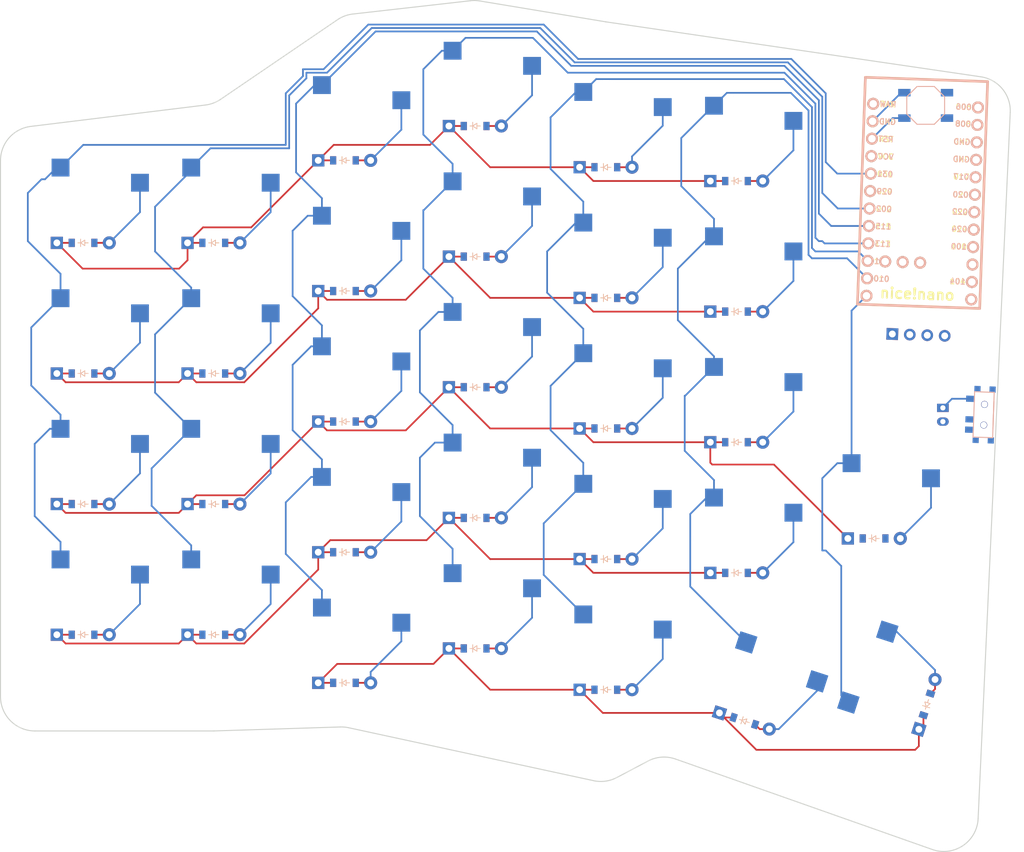
<source format=kicad_pcb>
(kicad_pcb (version 20240108) (generator "pcbnew") (generator_version "8.0")
  (title_block (title "left") (rev "v1.0.0") (company "Unknown"))
  (layers (0 "F.Cu" signal) (31 "B.Cu" signal) (34 "B.Paste" user) (35 "F.Paste" user) (36 "B.SilkS" user "B.Silkscreen") (37 "F.SilkS" user "F.Silkscreen") (38 "B.Mask" user) (39 "F.Mask" user) (44 "Edge.Cuts" user))
  (net 0 "")
  (net 1 "P031")
  (net 2 "outer_bottom")
  (net 3 "outer_home")
  (net 4 "outer_top")
  (net 5 "outer_num")
  (net 6 "P002")
  (net 7 "pinky_bottom")
  (net 8 "pinky_home")
  (net 9 "pinky_top")
  (net 10 "pinky_num")
  (net 11 "P115")
  (net 12 "ring_mod")
  (net 13 "ring_bottom")
  (net 14 "ring_home")
  (net 15 "ring_top")
  (net 16 "ring_num")
  (net 17 "P113")
  (net 18 "middle_mod")
  (net 19 "middle_bottom")
  (net 20 "middle_home")
  (net 21 "middle_top")
  (net 22 "middle_num")
  (net 23 "P111")
  (net 24 "index_mod")
  (net 25 "index_bottom")
  (net 26 "index_home")
  (net 27 "index_top")
  (net 28 "index_num")
  (net 29 "P010")
  (net 30 "inner_bottom")
  (net 31 "inner_home")
  (net 32 "inner_top")
  (net 33 "inner_num")
  (net 34 "P009")
  (net 35 "inner_mod_home")
  (net 36 "home_cluster")
  (net 37 "far_cluster")
  (net 38 "P011")
  (net 39 "P100")
  (net 40 "P024")
  (net 41 "P022")
  (net 42 "P104")
  (net 43 "RAW")
  (net 44 "GND")
  (net 45 "RST")
  (net 46 "VCC")
  (net 47 "P029")
  (net 48 "P006")
  (net 49 "P008")
  (net 50 "P017")
  (net 51 "P020")
  (net 52 "P106")
  (net 53 "P101")
  (net 54 "P102")
  (net 55 "P107")
  (net 56 "pos")
  (footprint "E73:SPDT_C128955" (layer "F.Cu") (at 299.032219 104.753399 -92)
    (property "Reference" "T1" (hide yes))
    (property "Value" "" (hide yes))
  )
  (footprint "E73:SW_TACT_ALPS_SKQGABE010" (layer "F.Cu") (at 290.532219 59.753399)
    (property "Reference" "B1" (hide yes))
    (property "Value" "" (hide yes))
  )
  (footprint "PG1350" (layer "F.Cu") (at 244.032219 82.753399)
    (property "Reference" "S22" (hide yes))
    (property "Value" "" (hide yes))
  )
  (footprint "ComboDiode" (layer "F.Cu") (at 244.032219 106.753399)
    (property "Reference" "D21" (hide yes))
    (property "Value" "" (hide yes))
  )
  (footprint "PG1350" (layer "F.Cu") (at 206.032219 81.753399)
    (property "Reference" "S12" (hide yes))
    (property "Value" "" (hide yes))
  )
  (footprint "PG1350" (layer "F.Cu") (at 285.961565 145.346352 72)
    (property "Reference" "S30" (hide yes))
    (property "Value" "" (hide yes))
  )
  (footprint "JST_PH_S2B-PH-K_02x2.00mm_Angled" (layer "F.Cu") (at 293.032219 104.753399 -90)
    (property "Reference" "JST1" (hide yes))
    (property "Value" "" (hide yes))
  )
  (footprint "PG1350" (layer "F.Cu") (at 206.032219 62.753399)
    (property "Reference" "S13" (hide yes))
    (property "Value" "" (hide yes))
  )
  (footprint "ComboDiode" (layer "F.Cu") (at 244.032219 87.753399)
    (property "Reference" "D22" (hide yes))
    (property "Value" "" (hide yes))
  )
  (footprint "ComboDiode" (layer "F.Cu") (at 206.032219 67.753399)
    (property "Reference" "D13" (hide yes))
    (property "Value" "" (hide yes))
  )
  (footprint "ComboDiode" (layer "F.Cu") (at 264.171285 149.306615 -18)
    (property "Reference" "D29" (hide yes))
    (property "Value" "" (hide yes))
  )
  (footprint "ComboDiode" (layer "F.Cu") (at 187.032219 136.753399)
    (property "Reference" "D5" (hide yes))
    (property "Value" "" (hide yes))
  )
  (footprint "ComboDiode" (layer "F.Cu") (at 263.032219 108.753399)
    (property "Reference" "D25" (hide yes))
    (property "Value" "" (hide yes))
  )
  (footprint "PG1350" (layer "F.Cu") (at 244.032219 63.753399)
    (property "Reference" "S23" (hide yes))
    (property "Value" "" (hide yes))
  )
  (footprint "ComboDiode" (layer "F.Cu") (at 244.032219 125.753399)
    (property "Reference" "D20" (hide yes))
    (property "Value" "" (hide yes))
  )
  (footprint "PG1350" (layer "F.Cu") (at 225.032219 114.753399)
    (property "Reference" "S15" (hide yes))
    (property "Value" "" (hide yes))
  )
  (footprint "ComboDiode" (layer "F.Cu") (at 263.032219 70.753399)
    (property "Reference" "D27" (hide yes))
    (property "Value" "" (hide yes))
  )
  (footprint "PG1350" (layer "F.Cu") (at 225.032219 76.753399)
    (property "Reference" "S17" (hide yes))
    (property "Value" "" (hide yes))
  )
  (footprint "PG1350" (layer "F.Cu") (at 263.032219 65.753399)
    (property "Reference" "S27" (hide yes))
    (property "Value" "" (hide yes))
  )
  (footprint "ComboDiode" (layer "F.Cu") (at 206.032219 86.753399)
    (property "Reference" "D12" (hide yes))
    (property "Value" "" (hide yes))
  )
  (footprint "PG1350" (layer "F.Cu") (at 168.032219 112.753399)
    (property "Reference" "S2" (hide yes))
    (property "Value" "" (hide yes))
  )
  (footprint "PG1350" (layer "F.Cu") (at 225.032219 57.753399)
    (property "Reference" "S18" (hide yes))
    (property "Value" "" (hide yes))
  )
  (footprint "PG1350" (layer "F.Cu") (at 187.032219 131.753399)
    (property "Reference" "S5" (hide yes))
    (property "Value" "" (hide yes))
  )
  (footprint "PG1350" (layer "F.Cu") (at 168.032219 93.753399)
    (property "Reference" "S3" (hide yes))
    (property "Value" "" (hide yes))
  )
  (footprint "PG1350" (layer "F.Cu") (at 168.032219 74.753399)
    (property "Reference" "S4" (hide yes))
    (property "Value" "" (hide yes))
  )
  (footprint "ComboDiode" (layer "F.Cu") (at 290.716848 146.891438 72)
    (property "Reference" "D30" (hide yes))
    (property "Value" "" (hide yes))
  )
  (footprint "ComboDiode" (layer "F.Cu") (at 168.032219 117.753399)
    (property "Reference" "D2" (hide yes))
    (property "Value" "" (hide yes))
  )
  (footprint "PG1350" (layer "F.Cu") (at 225.032219 95.753399)
    (property "Reference" "S16" (hide yes))
    (property "Value" "" (hide yes))
  )
  (footprint "ComboDiode" (layer "F.Cu") (at 225.032219 100.753399)
    (property "Reference" "D16" (hide yes))
    (property "Value" "" (hide yes))
  )
  (footprint "ComboDiode" (layer "F.Cu") (at 168.032219 98.753399)
    (property "Reference" "D3" (hide yes))
    (property "Value" "" (hide yes))
  )
  (footprint "PG1350" (layer "F.Cu") (at 168.032219 131.753399)
    (property "Reference" "S1" (hide yes))
    (property "Value" "" (hide yes))
  )
  (footprint "ComboDiode" (layer "F.Cu") (at 225.032219 62.753399)
    (property "Reference" "D18" (hide yes))
    (property "Value" "" (hide yes))
  )
  (footprint "ComboDiode" (layer "F.Cu") (at 206.032219 124.753399)
    (property "Reference" "D10" (hide yes))
    (property "Value" "" (hide yes))
  )
  (footprint "PG1350" (layer "F.Cu") (at 263.032219 103.753399)
    (property "Reference" "S25" (hide yes))
    (property "Value" "" (hide yes))
  )
  (footprint "ComboDiode" (layer "F.Cu") (at 206.032219 105.753399)
    (property "Reference" "D11" (hide yes))
    (property "Value" "" (hide yes))
  )
  (footprint "PG1350" (layer "F.Cu") (at 263.032219 122.753399)
    (property "Reference" "S24" (hide yes))
    (property "Value" "" (hide yes))
  )
  (footprint "PG1350" (layer "F.Cu") (at 225.032219 133.753399)
    (property "Reference" "S14" (hide yes))
    (property "Value" "" (hide yes))
  )
  (footprint "lib:OLED_headers" (layer "F.Cu") (at 295.532219 91.753399 -92)
    (property "Reference" "OLED1" (hide yes))
    (property "Value" "OLED")
  )
  (footprint "PG1350" (layer "F.Cu") (at 206.032219 100.753399)
    (property "Reference" "S11" (hide yes))
    (property "Value" "" (hide yes))
  )
  (footprint "PG1350" (layer "F.Cu") (at 244.032219 101.753399)
    (property "Reference" "S21" (hide yes))
    (property "Value" "" (hide yes))
  )
  (footprint "PG1350" (layer "F.Cu") (at 187.032219 74.753399)
    (property "Reference" "S8" (hide yes))
    (property "Value" "" (hide yes))
  )
  (footprint "ComboDiode" (layer "F.Cu") (at 168.032219 79.753399)
    (property "Reference" "D4" (hide yes))
    (property "Value" "" (hide yes))
  )
  (footprint "ComboDiode" (layer "F.Cu") (at 225.032219 119.753399)
    (property "Reference" "D15" (hide yes))
    (property "Value" "" (hide yes))
  )
  (footprint "PG1350" (layer "F.Cu") (at 244.032219 139.753399)
    (property "Reference" "S19" (hide yes))
    (property "Value" "" (hide yes))
  )
  (footprint "ComboDiode" (layer "F.Cu") (at 263.032219 89.753399)
    (property "Reference" "D26" (hide yes))
    (property "Value" "" (hide yes))
  )
  (footprint "ComboDiode" (layer "F.Cu") (at 244.032219 68.753399)
    (property "Reference" "D23" (hide yes))
    (property "Value" "" (hide yes))
  )
  (footprint "PG1350" (layer "F.Cu") (at 283.032219 117.753399)
    (property "Reference" "S28" (hide yes))
    (property "Value" "" (hide yes))
  )
  (footprint "ComboDiode" (layer "F.Cu") (at 263.032219 127.753399)
    (property "Reference" "D24" (hide yes))
    (property "Value" "" (hide yes))
  )
  (footprint "ComboDiode" (layer "F.Cu") (at 187.032219 79.753399)
    (property "Reference" "D8" (hide yes))
    (property "Value" "" (hide yes))
  )
  (footprint "ComboDiode" (layer "F.Cu") (at 283.032219 122.753399)
    (property "Reference" "D28" (hide yes))
    (property "Value" "" (hide yes))
  )
  (footprint "ComboDiode" (layer "F.Cu") (at 187.032219 98.753399)
    (property "Reference" "D7" (hide yes))
    (property "Value" "" (hide yes))
  )
  (footprint "PG1350" (layer "F.Cu") (at 206.032219 119.753399)
    (property "Reference" "S10" (hide yes))
    (property "Value" "" (hide yes))
  )
  (footprint "PG1350" (layer "F.Cu") (at 244.032219 120.753399)
    (property "Reference" "S20" (hide yes))
    (property "Value" "" (hide yes))
  )
  (footprint "ComboDiode" (layer "F.Cu") (at 225.032219 138.753399)
    (property "Reference" "D14" (hide yes))
    (property "Value" "" (hide yes))
  )
  (footprint "ComboDiode" (layer "F.Cu") (at 225.032219 81.753399)
    (property "Reference" "D17" (hide yes))
    (property "Value" "" (hide yes))
  )
  (footprint "PG1350" (layer "F.Cu") (at 263.032219 84.753399)
    (property "Reference" "S26" (hide yes))
    (property "Value" "" (hide yes))
  )
  (footprint "ComboDiode" (layer "F.Cu") (at 244.032219 144.753399)
    (property "Reference" "D19" (hide yes))
    (property "Value" "" (hide yes))
  )
  (footprint "PG1350" (layer "F.Cu") (at 187.032219 93.753399)
    (property "Reference" "S7" (hide yes))
    (property "Value" "" (hide yes))
  )
  (footprint "PG1350" (layer "F.Cu") (at 206.032219 138.753399)
    (property "Reference" "S9" (hide yes))
    (property "Value" "" (hide yes))
  )
  (footprint "ComboDiode" (layer "F.Cu") (at 206.032219 143.753399)
    (property "Reference" "D9" (hide yes))
    (property "Value" "" (hide yes))
  )
  (footprint "PG1350" (layer "F.Cu") (at 265.71637 144.551332 -18)
    (property "Reference" "S29" (hide yes))
    (property "Value" "" (hide yes))
  )
  (footprint "nice_nano" (layer "F.Cu") (at 290.032219 73.753399 -92)
    (property "Reference" "MCU1" (hide yes))
    (property "Value" "nice_nano" (hide yes))
  )
  (footprint "PG1350" (layer "F.Cu") (at 187.032219 112.753399)
    (property "Reference" "S6" (hide yes))
    (property "Value" "" (hide yes))
  )
  (footprint "ComboDiode" (layer "F.Cu") (at 187.032219 117.753399)
    (property "Reference" "D6" (hide yes))
    (property "Value" "" (hide yes))
  )
  (footprint "ComboDiode" (layer "F.Cu") (at 168.032219 136.753399)
    (property "Reference" "D1" (hide yes))
    (property "Value" "" (hide yes))
  )
  (gr_arc (start 298.557315 55.597333) (mid 301.688562 57.362143) (end 302.826861 60.771475) (stroke (width 0.15)) (layer "Edge.Cuts"))
  (gr_line (start 188.035156 58.869818) (end 205.008929 47.300852) (stroke (width 0.15)) (layer "Edge.Cuts"))
  (gr_arc (start 245.64416 157.52118) (mid 243.988342 158.054312) (end 242.250081 157.987894) (stroke (width 0.15)) (layer "Edge.Cuts"))
  (gr_arc (start 205.008929 47.300852) (mid 206.084797 46.745029) (end 207.262737 46.464156) (stroke (width 0.15)) (layer "Edge.Cuts"))
  (gr_arc (start 187.111107 150.750908) (mid 187.032209 150.752776) (end 186.953291 150.753399) (stroke (width 0.15)) (layer "Edge.Cuts"))
  (gr_line (start 244.078531 47.610189) (end 298.557316 55.597333) (stroke (width 0.15)) (layer "Edge.Cuts"))
  (gr_line (start 205.417953 150.172797) (end 187.111107 150.750908) (stroke (width 0.15)) (layer "Edge.Cuts"))
  (gr_arc (start 250.160932 155.133202) (mid 252.129617 154.567039) (end 254.160115 154.837848) (stroke (width 0.15)) (layer "Edge.Cuts"))
  (gr_line (start 291.5 168) (end 254.160115 154.837848) (stroke (width 0.15)) (layer "Edge.Cuts"))
  (gr_arc (start 224.339743 44.531758) (mid 225.030971 44.501715) (end 225.719729 44.567381) (stroke (width 0.15)) (layer "Edge.Cuts"))
  (gr_arc (start 156.032219 67.777921) (mid 157.287773 64.464445) (end 160.423869 62.815068) (stroke (width 0.15)) (layer "Edge.Cuts"))
  (gr_arc (start 205.417953 150.172796) (mid 206.02881 150.190872) (end 206.632898 150.283335) (stroke (width 0.15)) (layer "Edge.Cuts"))
  (gr_line (start 156.032219 145.753399) (end 156.032219 67.777921) (stroke (width 0.15)) (layer "Edge.Cuts"))
  (gr_line (start 186.953291 150.753399) (end 161.032219 150.753399) (stroke (width 0.15)) (layer "Edge.Cuts"))
  (gr_line (start 225.719729 44.567381) (end 243.986044 47.595744) (stroke (width 0.15)) (layer "Edge.Cuts"))
  (gr_line (start 242.250081 157.987894) (end 206.632898 150.283335) (stroke (width 0.15)) (layer "Edge.Cuts"))
  (gr_arc (start 244.078531 47.610189) (mid 244.032254 47.603183) (end 243.986044 47.595744) (stroke (width 0.15)) (layer "Edge.Cuts"))
  (gr_line (start 160.423869 62.815068) (end 185.827496 59.701075) (stroke (width 0.15)) (layer "Edge.Cuts"))
  (gr_line (start 207.262737 46.464156) (end 224.339743 44.531758) (stroke (width 0.15)) (layer "Edge.Cuts"))
  (gr_line (start 302.826861 60.771475) (end 298.157076 163.511417) (stroke (width 0.15)) (layer "Edge.Cuts"))
  (gr_line (start 250.160932 155.133203) (end 245.64416 157.52118) (stroke (width 0.15)) (layer "Edge.Cuts"))
  (gr_arc (start 188.035156 58.869819) (mid 186.98105 59.417506) (end 185.827496 59.701075) (stroke (width 0.15)) (layer "Edge.Cuts"))
  (gr_arc (start 161.032219 150.753399) (mid 157.496685 149.288933) (end 156.032219 145.753399) (stroke (width 0.15)) (layer "Edge.Cuts"))
  (gr_arc (start 298.157077 163.511417) (mid 295.957482 167.43006) (end 291.5 168) (stroke (width 0.15)) (layer "Edge.Cuts"))
  (segment (start 203 54.5) (end 209.5 48) (width 0.25) (layer "B.Cu") (net 1))
  (segment (start 162 70.5) (end 162.5 70.5) (width 0.25) (layer "B.Cu") (net 1))
  (segment (start 160.5 100.5) (end 160.5 92.060618) (width 0.25) (layer "B.Cu") (net 1))
  (segment (start 164.757219 106.803399) (end 164.757219 104.757219) (width 0.25) (layer "B.Cu") (net 1))
  (segment (start 240 53) (end 271 53) (width 0.25) (layer "B.Cu") (net 1))
  (segment (start 160 72.5) (end 162 70.5) (width 0.25) (layer "B.Cu") (net 1))
  (segment (start 164.757219 125.803399) (end 164.757219 123.257219) (width 0.25) (layer "B.Cu") (net 1))
  (segment (start 197.5 65.5) (end 197.5 58) (width 0.25) (layer "B.Cu") (net 1))
  (segment (start 197.5 58) (end 200 55.5) (width 0.25) (layer "B.Cu") (net 1))
  (segment (start 161 119.5) (end 161 109) (width 0.25) (layer "B.Cu") (net 1))
  (segment (start 209.5 48) (end 235 48) (width 0.25) (layer "B.Cu") (net 1))
  (segment (start 276 68) (end 277.679786 69.679786) (width 0.25) (layer "B.Cu") (net 1))
  (segment (start 164.757219 84.257219) (end 160 79.5) (width 0.25) (layer "B.Cu") (net 1))
  (segment (start 164.196601 68.803399) (end 164.757219 68.803399) (width 0.25) (layer "B.Cu") (net 1))
  (segment (start 164.757219 123.257219) (end 161 119.5) (width 0.25) (layer "B.Cu") (net 1))
  (segment (start 276 58) (end 276 68) (width 0.25) (layer "B.Cu") (net 1))
  (segment (start 200 54.5) (end 203 54.5) (width 0.25) (layer "B.Cu") (net 1))
  (segment (start 164.757219 68.803399) (end 168.060618 65.5) (width 0.25) (layer "B.Cu") (net 1))
  (segment (start 160 79.5) (end 160 72.5) (width 0.25) (layer "B.Cu") (net 1))
  (segment (start 160.5 92.060618) (end 164.757219 87.803399) (width 0.25) (layer "B.Cu") (net 1))
  (segment (start 235 48) (end 240 53) (width 0.25) (layer "B.Cu") (net 1))
  (segment (start 200 55.5) (end 200 54.5) (width 0.25) (layer "B.Cu") (net 1))
  (segment (start 277.679786 69.679786) (end 282.549828 69.679786) (width 0.25) (layer "B.Cu") (net 1))
  (segment (start 168.060618 65.5) (end 197.5 65.5) (width 0.25) (layer "B.Cu") (net 1))
  (segment (start 271 53) (end 276 58) (width 0.25) (layer "B.Cu") (net 1))
  (segment (start 164.757219 87.803399) (end 164.757219 84.257219) (width 0.25) (layer "B.Cu") (net 1))
  (segment (start 163.196601 106.803399) (end 164.757219 106.803399) (width 0.25) (layer "B.Cu") (net 1))
  (segment (start 162.5 70.5) (end 164.196601 68.803399) (width 0.25) (layer "B.Cu") (net 1))
  (segment (start 161 109) (end 163.196601 106.803399) (width 0.25) (layer "B.Cu") (net 1))
  (segment (start 164.757219 104.757219) (end 160.5 100.5) (width 0.25) (layer "B.Cu") (net 1))
  (segment (start 171.842219 136.753399) (end 169.682219 136.753399) (width 0.25) (layer "F.Cu") (net 2))
  (segment (start 176.307219 128.003399) (end 176.307219 132.288399) (width 0.25) (layer "B.Cu") (net 2))
  (segment (start 176.307219 132.288399) (end 171.842219 136.753399) (width 0.25) (layer "B.Cu") (net 2))
  (segment (start 171.842219 117.753399) (end 169.682219 117.753399) (width 0.25) (layer "F.Cu") (net 3))
  (segment (start 176.307219 109.003399) (end 176.307219 113.288399) (width 0.25) (layer "B.Cu") (net 3))
  (segment (start 176.307219 113.288399) (end 171.842219 117.753399) (width 0.25) (layer "B.Cu") (net 3))
  (segment (start 171.842219 98.753399) (end 169.682219 98.753399) (width 0.25) (layer "F.Cu") (net 4))
  (segment (start 176.307219 94.288399) (end 171.842219 98.753399) (width 0.25) (layer "B.Cu") (net 4))
  (segment (start 176.307219 90.003399) (end 176.307219 94.288399) (width 0.25) (layer "B.Cu") (net 4))
  (segment (start 171.842219 79.753399) (end 169.682219 79.753399) (width 0.25) (layer "F.Cu") (net 5))
  (segment (start 176.307219 71.003399) (end 176.307219 75.288399) (width 0.25) (layer "B.Cu") (net 5))
  (segment (start 176.307219 75.288399) (end 171.842219 79.753399) (width 0.25) (layer "B.Cu") (net 5))
  (segment (start 183.757219 106.803399) (end 178.5 101.54618) (width 0.25) (layer "B.Cu") (net 6))
  (segment (start 198 66) (end 198 58.310618) (width 0.25) (layer "B.Cu") (net 6))
  (segment (start 178 112.560618) (end 183.757219 106.803399) (width 0.25) (layer "B.Cu") (net 6))
  (segment (start 178.5 81) (end 178.5 74.5) (width 0.25) (layer "B.Cu") (net 6))
  (segment (start 275.5 72.5) (end 277.756691 74.756691) (width 0.25) (layer "B.Cu") (net 6))
  (segment (start 234.5 48.5) (end 239.5 53.5) (width 0.25) (layer "B.Cu") (net 6))
  (segment (start 203.5 55) (end 210 48.5) (width 0.25) (layer "B.Cu") (net 6))
  (segment (start 210 48.5) (end 234.5 48.5) (width 0.25) (layer "B.Cu") (net 6))
  (segment (start 183.757219 123.757219) (end 178 118) (width 0.25) (layer "B.Cu") (net 6))
  (segment (start 178.5 101.54618) (end 178.5 93.060618) (width 0.25) (layer "B.Cu") (net 6))
  (segment (start 183.757219 86.257219) (end 178.5 81) (width 0.25) (layer "B.Cu") (net 6))
  (segment (start 178.5 74.5) (end 183.757219 69.242781) (width 0.25) (layer "B.Cu") (net 6))
  (segment (start 277.756691 74.756691) (end 282.372539 74.756691) (width 0.25) (layer "B.Cu") (net 6))
  (segment (start 186.560618 66) (end 198 66) (width 0.25) (layer "B.Cu") (net 6))
  (segment (start 198 58.310618) (end 200.5 55.810618) (width 0.25) (layer "B.Cu") (net 6))
  (segment (start 200.5 55) (end 203.5 55) (width 0.25) (layer "B.Cu") (net 6))
  (segment (start 239.5 53.5) (end 270.5 53.5) (width 0.25) (layer "B.Cu") (net 6))
  (segment (start 183.757219 69.242781) (end 183.757219 68.803399) (width 0.25) (layer "B.Cu") (net 6))
  (segment (start 178.5 93.060618) (end 183.757219 87.803399) (width 0.25) (layer "B.Cu") (net 6))
  (segment (start 178 118) (end 178 112.560618) (width 0.25) (layer "B.Cu") (net 6))
  (segment (start 183.757219 125.803399) (end 183.757219 123.757219) (width 0.25) (layer "B.Cu") (net 6))
  (segment (start 270.5 53.5) (end 275.5 58.5) (width 0.25) (layer "B.Cu") (net 6))
  (segment (start 275.5 58.5) (end 275.5 72.5) (width 0.25) (layer "B.Cu") (net 6))
  (segment (start 183.757219 87.803399) (end 183.757219 86.257219) (width 0.25) (layer "B.Cu") (net 6))
  (segment (start 183.757219 68.803399) (end 186.560618 66) (width 0.25) (layer "B.Cu") (net 6))
  (segment (start 200.5 55.810618) (end 200.5 55) (width 0.25) (layer "B.Cu") (net 6))
  (segment (start 190.842219 136.753399) (end 188.682219 136.753399) (width 0.25) (layer "F.Cu") (net 7))
  (segment (start 195.307219 132.288399) (end 190.842219 136.753399) (width 0.25) (layer "B.Cu") (net 7))
  (segment (start 195.307219 128.003399) (end 195.307219 132.288399) (width 0.25) (layer "B.Cu") (net 7))
  (segment (start 190.842219 117.753399) (end 188.682219 117.753399) (width 0.25) (layer "F.Cu") (net 8))
  (segment (start 195.307219 113.288399) (end 190.842219 117.753399) (width 0.25) (layer "B.Cu") (net 8))
  (segment (start 195.307219 109.003399) (end 195.307219 113.288399) (width 0.25) (layer "B.Cu") (net 8))
  (segment (start 190.842219 98.753399) (end 188.682219 98.753399) (width 0.25) (layer "F.Cu") (net 9))
  (segment (start 195.307219 94.288399) (end 190.842219 98.753399) (width 0.25) (layer "B.Cu") (net 9))
  (segment (start 195.307219 90.003399) (end 195.307219 94.288399) (width 0.25) (layer "B.Cu") (net 9))
  (segment (start 190.842219 79.753399) (end 188.682219 79.753399) (width 0.25) (layer "F.Cu") (net 10))
  (segment (start 195.307219 75.288399) (end 190.842219 79.753399) (width 0.25) (layer "B.Cu") (net 10))
  (segment (start 195.307219 71.003399) (end 195.307219 75.288399) (width 0.25) (layer "B.Cu") (net 10))
  (segment (start 198.5 107) (end 198.5 97.5) (width 0.25) (layer "B.Cu") (net 11))
  (segment (start 197.5 117.5) (end 201.196601 113.803399) (width 0.25) (layer "B.Cu") (net 11))
  (segment (start 275 75.5) (end 276.795144 77.295144) (width 0.25) (layer "B.Cu") (net 11))
  (segment (start 275 59) (end 275 75.5) (width 0.25) (layer "B.Cu") (net 11))
  (segment (start 202.757219 113.803399) (end 202.757219 111.257219) (width 0.25) (layer "B.Cu") (net 11))
  (segment (start 197.5 125) (end 197.5 117.5) (width 0.25) (layer "B.Cu") (net 11))
  (segment (start 198.5 87.5) (end 198.5 78) (width 0.25) (layer "B.Cu") (net 11))
  (segment (start 201.696601 56.803399) (end 202.757219 56.803399) (width 0.25) (layer "B.Cu") (net 11))
  (segment (start 200.696601 75.803399) (end 202.757219 75.803399) (width 0.25) (layer "B.Cu") (net 11))
  (segment (start 270 54) (end 275 59) (width 0.25) (layer "B.Cu") (net 11))
  (segment (start 201.196601 94.803399) (end 202.757219 94.803399) (width 0.25) (layer "B.Cu") (net 11))
  (segment (start 199 69.5) (end 199 59.5) (width 0.25) (layer "B.Cu") (net 11))
  (segment (start 202.757219 91.757219) (end 198.5 87.5) (width 0.25) (layer "B.Cu") (net 11))
  (segment (start 199 59.5) (end 201.696601 56.803399) (width 0.25) (layer "B.Cu") (net 11))
  (segment (start 202.757219 94.803399) (end 202.757219 91.757219) (width 0.25) (layer "B.Cu") (net 11))
  (segment (start 202.757219 73.257219) (end 199 69.5) (width 0.25) (layer "B.Cu") (net 11))
  (segment (start 210.560618 49) (end 234 49) (width 0.25) (layer "B.Cu") (net 11))
  (segment (start 234 49) (end 239 54) (width 0.25) (layer "B.Cu") (net 11))
  (segment (start 202.757219 132.803399) (end 202.757219 130.257219) (width 0.25) (layer "B.Cu") (net 11))
  (segment (start 198.5 78) (end 200.696601 75.803399) (width 0.25) (layer "B.Cu") (net 11))
  (segment (start 239 54) (end 270 54) (width 0.25) (layer "B.Cu") (net 11))
  (segment (start 201.196601 113.803399) (end 202.757219 113.803399) (width 0.25) (layer "B.Cu") (net 11))
  (segment (start 276.795144 77.295144) (end 282.283894 77.295144) (width 0.25) (layer "B.Cu") (net 11))
  (segment (start 202.757219 56.803399) (end 210.560618 49) (width 0.25) (layer "B.Cu") (net 11))
  (segment (start 202.757219 75.803399) (end 202.757219 73.257219) (width 0.25) (layer "B.Cu") (net 11))
  (segment (start 198.5 97.5) (end 201.196601 94.803399) (width 0.25) (layer "B.Cu") (net 11))
  (segment (start 202.757219 130.257219) (end 197.5 125) (width 0.25) (layer "B.Cu") (net 11))
  (segment (start 202.757219 111.257219) (end 198.5 107) (width 0.25) (layer "B.Cu") (net 11))
  (segment (start 209.842219 143.753399) (end 207.682219 143.753399) (width 0.25) (layer "F.Cu") (net 12))
  (segment (start 214.307219 135.003399) (end 214.307219 137.712083) (width 0.25) (layer "B.Cu") (net 12))
  (segment (start 209.842219 142.177083) (end 209.842219 143.753399) (width 0.25) (layer "B.Cu") (net 12))
  (segment (start 214.307219 137.712083) (end 209.842219 142.177083) (width 0.25) (layer "B.Cu") (net 12))
  (segment (start 209.842219 124.753399) (end 207.682219 124.753399) (width 0.25) (layer "F.Cu") (net 13))
  (segment (start 214.307219 120.288399) (end 209.842219 124.753399) (width 0.25) (layer "B.Cu") (net 13))
  (segment (start 214.307219 116.003399) (end 214.307219 120.288399) (width 0.25) (layer "B.Cu") (net 13))
  (segment (start 209.842219 105.753399) (end 207.682219 105.753399) (width 0.25) (layer "F.Cu") (net 14))
  (segment (start 214.307219 97.003399) (end 214.307219 101.288399) (width 0.25) (layer "B.Cu") (net 14))
  (segment (start 214.307219 101.288399) (end 209.842219 105.753399) (width 0.25) (layer "B.Cu") (net 14))
  (segment (start 209.842219 86.753399) (end 207.682219 86.753399) (width 0.25) (layer "F.Cu") (net 15))
  (segment (start 214.307219 78.003399) (end 214.307219 82.288399) (width 0.25) (layer "B.Cu") (net 15))
  (segment (start 214.307219 82.288399) (end 209.842219 86.753399) (width 0.25) (layer "B.Cu") (net 15))
  (segment (start 209.842219 67.753399) (end 207.682219 67.753399) (width 0.25) (layer "F.Cu") (net 16))
  (segment (start 214.307219 59.003399) (end 214.307219 63.288399) (width 0.25) (layer "B.Cu") (net 16))
  (segment (start 214.307219 63.288399) (end 209.842219 67.753399) (width 0.25) (layer "B.Cu") (net 16))
  (segment (start 217.5 64) (end 217.5 54.5) (width 0.25) (layer "B.Cu") (net 17))
  (segment (start 221.757219 89.803399) (end 221.757219 87.757219) (width 0.25) (layer "B.Cu") (net 17))
  (segment (start 238.5 55) (end 270 55) (width 0.25) (layer "B.Cu") (net 17))
  (segment (start 275.5 79.5) (end 275.833597 79.833597) (width 0.25) (layer "B.Cu") (net 17))
  (segment (start 217.560618 75) (end 221.757219 70.803399) (width 0.25) (layer "B.Cu") (net 17))
  (segment (start 221.757219 124.257219) (end 217 119.5) (width 0.25) (layer "B.Cu") (net 17))
  (segment (start 217 92.5) (end 219.696601 89.803399) (width 0.25) (layer "B.Cu") (net 17))
  (segment (start 217 111) (end 219.196601 108.803399) (width 0.25) (layer "B.Cu") (net 17))
  (segment (start 217 119.5) (end 217 111) (width 0.25) (layer "B.Cu") (net 17))
  (segment (start 217.5 54.5) (end 220.196601 51.803399) (width 0.25) (layer "B.Cu") (net 17))
  (segment (start 275 79.5) (end 275.5 79.5) (width 0.25) (layer "B.Cu") (net 17))
  (segment (start 275.833597 79.833597) (end 282.195249 79.833597) (width 0.25) (layer "B.Cu") (net 17))
  (segment (start 217.5 75) (end 217.560618 75) (width 0.25) (layer "B.Cu") (net 17))
  (segment (start 219.696601 89.803399) (end 221.757219 89.803399) (width 0.25) (layer "B.Cu") (net 17))
  (segment (start 221.757219 106.257219) (end 217 101.5) (width 0.25) (layer "B.Cu") (net 17))
  (segment (start 270 55) (end 274.5 59.5) (width 0.25) (layer "B.Cu") (net 17))
  (segment (start 274.5 59.5) (end 274.5 79) (width 0.25) (layer "B.Cu") (net 17))
  (segment (start 221.757219 51.803399) (end 223.632219 49.928399) (width 0.25) (layer "B.Cu") (net 17))
  (segment (start 220.196601 51.803399) (end 221.757219 51.803399) (width 0.25) (layer "B.Cu") (net 17))
  (segment (start 274.5 79) (end 275 79.5) (width 0.25) (layer "B.Cu") (net 17))
  (segment (start 217 101.5) (end 217 92.5) (width 0.25) (layer "B.Cu") (net 17))
  (segment (start 221.757219 87.757219) (end 217.5 83.5) (width 0.25) (layer "B.Cu") (net 17))
  (segment (start 221.757219 127.803399) (end 221.757219 124.257219) (width 0.25) (layer "B.Cu") (net 17))
  (segment (start 221.757219 70.803399) (end 221.757219 68.257219) (width 0.25) (layer "B.Cu") (net 17))
  (segment (start 233.428399 49.928399) (end 238.5 55) (width 0.25) (layer "B.Cu") (net 17))
  (segment (start 223.632219 49.928399) (end 233.428399 49.928399) (width 0.25) (layer "B.Cu") (net 17))
  (segment (start 219.196601 108.803399) (end 221.757219 108.803399) (width 0.25) (layer "B.Cu") (net 17))
  (segment (start 217.5 83.5) (end 217.5 75) (width 0.25) (layer "B.Cu") (net 17))
  (segment (start 221.757219 108.803399) (end 221.757219 106.257219) (width 0.25) (layer "B.Cu") (net 17))
  (segment (start 221.757219 68.257219) (end 217.5 64) (width 0.25) (layer "B.Cu") (net 17))
  (segment (start 228.842219 138.753399) (end 226.682219 138.753399) (width 0.25) (layer "F.Cu") (net 18))
  (segment (start 233.307219 134.288399) (end 228.842219 138.753399) (width 0.25) (layer "B.Cu") (net 18))
  (segment (start 233.307219 130.003399) (end 233.307219 134.288399) (width 0.25) (layer "B.Cu") (net 18))
  (segment (start 228.842219 119.753399) (end 226.682219 119.753399) (width 0.25) (layer "F.Cu") (net 19))
  (segment (start 233.307219 111.003399) (end 233.307219 115.288399) (width 0.25) (layer "B.Cu") (net 19))
  (segment (start 233.307219 115.288399) (end 228.842219 119.753399) (width 0.25) (layer "B.Cu") (net 19))
  (segment (start 228.842219 100.753399) (end 226.682219 100.753399) (width 0.25) (layer "F.Cu") (net 20))
  (segment (start 233.307219 92.003399) (end 233.307219 96.288399) (width 0.25) (layer "B.Cu") (net 20))
  (segment (start 233.307219 96.288399) (end 228.842219 100.753399) (width 0.25) (layer "B.Cu") (net 20))
  (segment (start 228.842219 81.753399) (end 226.682219 81.753399) (width 0.25) (layer "F.Cu") (net 21))
  (segment (start 233.307219 73.003399) (end 233.307219 77.288399) (width 0.25) (layer "B.Cu") (net 21))
  (segment (start 233.307219 77.288399) (end 228.842219 81.753399) (width 0.25) (layer "B.Cu") (net 21))
  (segment (start 228.842219 62.753399) (end 226.682219 62.753399) (width 0.25) (layer "F.Cu") (net 22))
  (segment (start 233.307219 54.003399) (end 233.307219 58.288399) (width 0.25) (layer "B.Cu") (net 22))
  (segment (start 233.307219 58.288399) (end 228.842219 62.753399) (width 0.25) (layer "B.Cu") (net 22))
  (segment (start 269.928399 55.928399) (end 274 60) (width 0.25) (layer "B.Cu") (net 23))
  (segment (start 235 128.04618) (end 235 120.560618) (width 0.25) (layer "B.Cu") (net 23))
  (segment (start 240.757219 92.257219) (end 235.5 87) (width 0.25) (layer "B.Cu") (net 23))
  (segment (start 239.696601 76.803399) (end 240.757219 76.803399) (width 0.25) (layer "B.Cu") (net 23))
  (segment (start 280.734555 81) (end 282.106604 82.372049) (width 0.25) (layer "B.Cu") (net 23))
  (segment (start 235.5 87) (end 235.5 81) (width 0.25) (layer "B.Cu") (net 23))
  (segment (start 240.757219 95.803399) (end 240.757219 92.257219) (width 0.25) (layer "B.Cu") (net 23))
  (segment (start 274 80.5) (end 274.5 81) (width 0.25) (layer "B.Cu") (net 23))
  (segment (start 239.696601 57.803399) (end 240.757219 57.803399) (width 0.25) (layer "B.Cu") (net 23))
  (segment (start 240.757219 114.803399) (end 240.757219 111.757219) (width 0.25) (layer "B.Cu") (net 23))
  (segment (start 240.757219 57.803399) (end 242.632219 55.928399) (width 0.25) (layer "B.Cu") (net 23))
  (segment (start 240.757219 111.757219) (end 236 107) (width 0.25) (layer "B.Cu") (net 23))
  (segment (start 236 69) (end 236 61.5) (width 0.25) (layer "B.Cu") (net 23))
  (segment (start 236 107) (end 236 100.560618) (width 0.25) (layer "B.Cu") (net 23))
  (segment (start 236 100.560618) (end 240.757219 95.803399) (width 0.25) (layer "B.Cu") (net 23))
  (segment (start 274 60) (end 274 80.5) (width 0.25) (layer "B.Cu") (net 23))
  (segment (start 235 120.560618) (end 240.757219 114.803399) (width 0.25) (layer "B.Cu") (net 23))
  (segment (start 242.632219 55.928399) (end 269.928399 55.928399) (width 0.25) (layer "B.Cu") (net 23))
  (segment (start 235.5 81) (end 239.696601 76.803399) (width 0.25) (layer "B.Cu") (net 23))
  (segment (start 240.757219 133.803399) (end 235 128.04618) (width 0.25) (layer "B.Cu") (net 23))
  (segment (start 274.5 81) (end 280.734555 81) (width 0.25) (layer "B.Cu") (net 23))
  (segment (start 240.757219 76.803399) (end 240.757219 73.757219) (width 0.25) (layer "B.Cu") (net 23))
  (segment (start 236 61.5) (end 239.696601 57.803399) (width 0.25) (layer "B.Cu") (net 23))
  (segment (start 240.757219 73.757219) (end 236 69) (width 0.25) (layer "B.Cu") (net 23))
  (segment (start 247.842219 144.753399) (end 245.682219 144.753399) (width 0.25) (layer "F.Cu") (net 24))
  (segment (start 252.307219 136.003399) (end 252.307219 140.288399) (width 0.25) (layer "B.Cu") (net 24))
  (segment (start 252.307219 140.288399) (end 247.842219 144.753399) (width 0.25) (layer "B.Cu") (net 24))
  (segment (start 247.842219 125.753399) (end 245.682219 125.753399) (width 0.25) (layer "F.Cu") (net 25))
  (segment (start 252.307219 117.003399) (end 252.307219 121.288399) (width 0.25) (layer "B.Cu") (net 25))
  (segment (start 252.307219 121.288399) (end 247.842219 125.753399) (width 0.25) (layer "B.Cu") (net 25))
  (segment (start 247.842219 106.753399) (end 245.682219 106.753399) (width 0.25) (layer "F.Cu") (net 26))
  (segment (start 252.307219 102.288399) (end 247.842219 106.753399) (width 0.25) (layer "B.Cu") (net 26))
  (segment (start 252.307219 98.003399) (end 252.307219 102.288399) (width 0.25) (layer "B.Cu") (net 26))
  (segment (start 247.842219 87.753399) (end 245.682219 87.753399) (width 0.25) (layer "F.Cu") (net 27))
  (segment (start 252.307219 83.288399) (end 247.842219 87.753399) (width 0.25) (layer "B.Cu") (net 27))
  (segment (start 252.307219 79.003399) (end 252.307219 83.288399) (width 0.25) (layer "B.Cu") (net 27))
  (segment (start 247.842219 68.753399) (end 245.682219 68.753399) (width 0.25) (layer "F.Cu") (net 28))
  (segment (start 247.842219 67.177083) (end 247.842219 68.753399) (width 0.25) (layer "B.Cu") (net 28))
  (segment (start 252.307219 62.712083) (end 247.842219 67.177083) (width 0.25) (layer "B.Cu") (net 28))
  (segment (start 252.307219 60.003399) (end 252.307219 62.712083) (width 0.25) (layer "B.Cu") (net 28))
  (segment (start 259.696601 59.803399) (end 259.757219 59.803399) (width 0.25) (layer "B.Cu") (net 29))
  (segment (start 259.757219 114.257219) (end 255.5 110) (width 0.25) (layer "B.Cu") (net 29))
  (segment (start 254.5 83.5) (end 259.196601 78.803399) (width 0.25) (layer "B.Cu") (net 29))
  (segment (start 264.440311 137.880515) (end 256.306319 129.746523) (width 0.25) (layer "B.Cu") (net 29))
  (segment (start 255.5 110) (end 255.5 102) (width 0.25) (layer "B.Cu") (net 29))
  (segment (start 254.5 91) (end 254.5 83.5) (width 0.25) (layer "B.Cu") (net 29))
  (segment (start 273.5 60.5) (end 273.5 81.5) (width 0.25) (layer "B.Cu") (net 29))
  (segment (start 255.560618 102) (end 259.757219 97.803399) (width 0.25) (layer "B.Cu") (net 29))
  (segment (start 255 71.5) (end 255 64.5) (width 0.25) (layer "B.Cu") (net 29))
  (segment (start 256.306319 119.193681) (end 258.696601 116.803399) (width 0.25) (layer "B.Cu") (net 29))
  (segment (start 258.696601 116.803399) (end 259.757219 116.803399) (width 0.25) (layer "B.Cu") (net 29))
  (segment (start 279.107458 82) (end 282.01796 84.910502) (width 0.25) (layer "B.Cu") (net 29))
  (segment (start 259.757219 59.803399) (end 261.632219 57.928399) (width 0.25) (layer "B.Cu") (net 29))
  (segment (start 259.196601 78.803399) (end 259.757219 78.803399) (width 0.25) (layer "B.Cu") (net 29))
  (segment (start 270.928399 57.928399) (end 273.5 60.5) (width 0.25) (layer "B.Cu") (net 29))
  (segment (start 256.306319 129.746523) (end 256.306319 119.193681) (width 0.25) (layer "B.Cu") (net 29))
  (segment (start 259.757219 116.803399) (end 259.757219 114.257219) (width 0.25) (layer "B.Cu") (net 29))
  (segment (start 259.757219 96.257219) (end 254.5 91) (width 0.25) (layer "B.Cu") (net 29))
  (segment (start 255 64.5) (end 259.696601 59.803399) (width 0.25) (layer "B.Cu") (net 29))
  (segment (start 259.757219 76.257219) (end 255 71.5) (width 0.25) (layer "B.Cu") (net 29))
  (segment (start 259.757219 97.803399) (end 259.757219 96.257219) (width 0.25) (layer "B.Cu") (net 29))
  (segment (start 259.757219 78.803399) (end 259.757219 76.257219) (width 0.25) (layer "B.Cu") (net 29))
  (segment (start 261.632219 57.928399) (end 270.928399 57.928399) (width 0.25) (layer "B.Cu") (net 29))
  (segment (start 274 82) (end 279.107458 82) (width 0.25) (layer "B.Cu") (net 29))
  (segment (start 273.5 81.5) (end 274 82) (width 0.25) (layer "B.Cu") (net 29))
  (segment (start 255.5 102) (end 255.560618 102) (width 0.25) (layer "B.Cu") (net 29))
  (segment (start 266.842219 127.753399) (end 264.682219 127.753399) (width 0.25) (layer "F.Cu") (net 30))
  (segment (start 271.307219 119.003399) (end 271.307219 123.288399) (width 0.25) (layer "B.Cu") (net 30))
  (segment (start 271.307219 123.288399) (end 266.842219 127.753399) (width 0.25) (layer "B.Cu") (net 30))
  (segment (start 266.842219 108.753399) (end 264.682219 108.753399) (width 0.25) (layer "F.Cu") (net 31))
  (segment (start 271.307219 104.288399) (end 266.842219 108.753399) (width 0.25) (layer "B.Cu") (net 31))
  (segment (start 271.307219 100.003399) (end 271.307219 104.288399) (width 0.25) (layer "B.Cu") (net 31))
  (segment (start 266.842219 89.753399) (end 264.682219 89.753399) (width 0.25) (layer "F.Cu") (net 32))
  (segment (start 271.307219 85.288399) (end 266.842219 89.753399) (width 0.25) (layer "B.Cu") (net 32))
  (segment (start 271.307219 81.003399) (end 271.307219 85.288399) (width 0.25) (layer "B.Cu") (net 32))
  (segment (start 266.842219 70.753399) (end 264.682219 70.753399) (width 0.25) (layer "F.Cu") (net 33))
  (segment (start 271.307219 62.003399) (end 271.307219 66.288399) (width 0.25) (layer "B.Cu") (net 33))
  (segment (start 271.307219 66.288399) (end 266.842219 70.753399) (width 0.25) (layer "B.Cu") (net 33))
  (segment (start 277.696601 111.803399) (end 279.757219 111.803399) (width 0.25) (layer "B.Cu") (net 34))
  (segment (start 276 124.5) (end 275.5 124.5) (width 0.25) (layer "B.Cu") (net 34))
  (segment (start 279.757219 89.621051) (end 281.929315 87.448955) (width 0.25) (layer "B.Cu") (net 34))
  (segment (start 275.5 114) (end 277.696601 111.803399) (width 0.25) (layer "B.Cu") (net 34))
  (segment (start 279.290748 146.622411) (end 278.259062 145.590725) (width 0.25) (layer "B.Cu") (net 34))
  (segment (start 275.5 124.5) (end 275.5 114) (width 0.25) (layer "B.Cu") (net 34))
  (segment (start 279.757219 111.803399) (end 279.757219 89.621051) (width 0.25) (layer "B.Cu") (net 34))
  (segment (start 278.259062 145.590725) (end 278.259062 126.759062) (width 0.25) (layer "B.Cu") (net 34))
  (segment (start 278.259062 126.759062) (end 276 124.5) (width 0.25) (layer "B.Cu") (net 34))
  (segment (start 291.307219 118.288399) (end 286.842219 122.753399) (width 0.25) (layer "B.Cu") (net 35))
  (segment (start 291.307219 114.003399) (end 291.307219 118.288399) (width 0.25) (layer "B.Cu") (net 35))
  (segment (start 266.408005 150.48397) (end 265.740528 149.816493) (width 0.25) (layer "F.Cu") (net 36))
  (segment (start 267.79481 150.48397) (end 266.408005 150.48397) (width 0.25) (layer "F.Cu") (net 36))
  (segment (start 274.745176 143.541986) (end 274.745176 144.908887) (width 0.25) (layer "B.Cu") (net 36))
  (segment (start 274.745176 144.908887) (end 269.170093 150.48397) (width 0.25) (layer "B.Cu") (net 36))
  (segment (start 269.170093 150.48397) (end 267.79481 150.48397) (width 0.25) (layer "B.Cu") (net 36))
  (segment (start 291.894203 144.654718) (end 291.226726 145.322195) (width 0.25) (layer "F.Cu") (net 37))
  (segment (start 291.894203 143.267913) (end 291.894203 144.654718) (width 0.25) (layer "F.Cu") (net 37))
  (segment (start 286.31912 136.317546) (end 291.894203 141.892629) (width 0.25) (layer "B.Cu") (net 37))
  (segment (start 284.952219 136.317546) (end 286.31912 136.317546) (width 0.25) (layer "B.Cu") (net 37))
  (segment (start 291.894203 141.892629) (end 291.894203 143.267913) (width 0.25) (layer "B.Cu") (net 37))
  (segment (start 166.382219 136.753399) (end 164.222219 136.753399) (width 0.25) (layer "F.Cu") (net 38))
  (segment (start 202.222219 124.753399) (end 203.975618 123) (width 0.25) (layer "F.Cu") (net 38))
  (segment (start 242.222219 127.753399) (end 259.222219 127.753399) (width 0.25) (layer "F.Cu") (net 38))
  (segment (start 203.975618 123) (end 217.975618 123) (width 0.25) (layer "F.Cu") (net 38))
  (segment (start 223.382219 119.753399) (end 221.222219 119.753399) (width 0.25) (layer "F.Cu") (net 38))
  (segment (start 240.222219 125.753399) (end 242.222219 127.753399) (width 0.25) (layer "F.Cu") (net 38))
  (segment (start 227.222219 125.753399) (end 240.222219 125.753399) (width 0.25) (layer "F.Cu") (net 38))
  (segment (start 185.382219 136.753399) (end 183.222219 136.753399) (width 0.25) (layer "F.Cu") (net 38))
  (segment (start 184.499719 138.030899) (end 191.469101 138.030899) (width 0.25) (layer "F.Cu") (net 38))
  (segment (start 165.499719 138.030899) (end 181.944719 138.030899) (width 0.25) (layer "F.Cu") (net 38))
  (segment (start 261.382219 127.753399) (end 259.222219 127.753399) (width 0.25) (layer "F.Cu") (net 38))
  (segment (start 164.222219 136.753399) (end 165.499719 138.030899) (width 0.25) (layer "F.Cu") (net 38))
  (segment (start 191.469101 138.030899) (end 202.222219 127.277781) (width 0.25) (layer "F.Cu") (net 38))
  (segment (start 217.975618 123) (end 221.222219 119.753399) (width 0.25) (layer "F.Cu") (net 38))
  (segment (start 181.944719 138.030899) (end 183.222219 136.753399) (width 0.25) (layer "F.Cu") (net 38))
  (segment (start 183.222219 136.753399) (end 184.499719 138.030899) (width 0.25) (layer "F.Cu") (net 38))
  (segment (start 221.222219 119.753399) (end 227.222219 125.753399) (width 0.25) (layer "F.Cu") (net 38))
  (segment (start 204.382219 124.753399) (end 202.222219 124.753399) (width 0.25) (layer "F.Cu") (net 38))
  (segment (start 202.222219 127.277781) (end 202.222219 124.753399) (width 0.25) (layer "F.Cu") (net 38))
  (segment (start 242.382219 125.753399) (end 240.222219 125.753399) (width 0.25) (layer "F.Cu") (net 38))
  (segment (start 202.222219 105.753399) (end 203.499719 107.030899) (width 0.25) (layer "F.Cu") (net 39))
  (segment (start 204.382219 105.753399) (end 202.222219 105.753399) (width 0.25) (layer "F.Cu") (net 39))
  (segment (start 221.222219 100.753399) (end 227.222219 106.753399) (width 0.25) (layer "F.Cu") (net 39))
  (segment (start 184.499719 116.475899) (end 191.499719 116.475899) (width 0.25) (layer "F.Cu") (net 39))
  (segment (start 268.46882 112) (end 279.222219 122.753399) (width 0.25) (layer "F.Cu") (net 39))
  (segment (start 259.222219 108.753399) (end 259.222219 111.722219) (width 0.25) (layer "F.Cu") (net 39))
  (segment (start 223.382219 100.753399) (end 221.222219 100.753399) (width 0.25) (layer "F.Cu") (net 39))
  (segment (start 166.382219 117.753399) (end 164.222219 117.753399) (width 0.25) (layer "F.Cu") (net 39))
  (segment (start 240.222219 106.753399) (end 242.222219 108.753399) (width 0.25) (layer "F.Cu") (net 39))
  (segment (start 185.382219 117.753399) (end 183.222219 117.753399) (width 0.25) (layer "F.Cu") (net 39))
  (segment (start 259.5 112) (end 268.46882 112) (width 0.25) (layer "F.Cu") (net 39))
  (segment (start 227.222219 106.753399) (end 240.222219 106.753399) (width 0.25) (layer "F.Cu") (net 39))
  (segment (start 242.382219 106.753399) (end 240.222219 106.753399) (width 0.25) (layer "F.Cu") (net 39))
  (segment (start 214.944719 107.030899) (end 221.222219 100.753399) (width 0.25) (layer "F.Cu") (net 39))
  (segment (start 183.222219 117.753399) (end 184.499719 116.475899) (width 0.25) (layer "F.Cu") (net 39))
  (segment (start 165.499719 119.030899) (end 181.944719 119.030899) (width 0.25) (layer "F.Cu") (net 39))
  (segment (start 181.944719 119.030899) (end 183.222219 117.753399) (width 0.25) (layer "F.Cu") (net 39))
  (segment (start 259.222219 111.722219) (end 259.5 112) (width 0.25) (layer "F.Cu") (net 39))
  (segment (start 164.222219 117.753399) (end 165.499719 119.030899) (width 0.25) (layer "F.Cu") (net 39))
  (segment (start 242.222219 108.753399) (end 259.222219 108.753399) (width 0.25) (layer "F.Cu") (net 39))
  (segment (start 261.382219 108.753399) (end 259.222219 108.753399) (width 0.25) (layer "F.Cu") (net 39))
  (segment (start 203.499719 107.030899) (end 214.944719 107.030899) (width 0.25) (layer "F.Cu") (net 39))
  (segment (start 191.499719 116.475899) (end 202.222219 105.753399) (width 0.25) (layer "F.Cu") (net 39))
  (segment (start 223.382219 81.753399) (end 221.222219 81.753399) (width 0.25) (layer "F.Cu") (net 40))
  (segment (start 227.222219 87.753399) (end 240.222219 87.753399) (width 0.25) (layer "F.Cu") (net 40))
  (segment (start 202.222219 89.277781) (end 202.222219 86.753399) (width 0.25) (layer "F.Cu") (net 40))
  (segment (start 166.382219 98.753399) (end 164.222219 98.753399) (width 0.25) (layer "F.Cu") (net 40))
  (segment (start 261.382219 89.753399) (end 259.222219 89.753399) (width 0.25) (layer "F.Cu") (net 40))
  (segment (start 221.222219 81.753399) (end 227.222219 87.753399) (width 0.25) (layer "F.Cu") (net 40))
  (segment (start 185.382219 98.753399) (end 183.222219 98.753399) (width 0.25) (layer "F.Cu") (net 40))
  (segment (start 183.222219 98.753399) (end 184.499719 100.030899) (width 0.25) (layer "F.Cu") (net 40))
  (segment (start 242.222219 89.753399) (end 259.222219 89.753399) (width 0.25) (layer "F.Cu") (net 40))
  (segment (start 240.222219 87.753399) (end 242.222219 89.753399) (width 0.25) (layer "F.Cu") (net 40))
  (segment (start 184.499719 100.030899) (end 191.469101 100.030899) (width 0.25) (layer "F.Cu") (net 40))
  (segment (start 191.469101 100.030899) (end 202.222219 89.277781) (width 0.25) (layer "F.Cu") (net 40))
  (segment (start 202.222219 86.753399) (end 203.499719 88.030899) (width 0.25) (layer "F.Cu") (net 40))
  (segment (start 164.222219 98.753399) (end 165.499719 100.030899) (width 0.25) (layer "F.Cu") (net 40))
  (segment (start 214.944719 88.030899) (end 221.222219 81.753399) (width 0.25) (layer "F.Cu") (net 40))
  (segment (start 165.499719 100.030899) (end 181.944719 100.030899) (width 0.25) (layer "F.Cu") (net 40))
  (segment (start 181.944719 100.030899) (end 183.222219 98.753399) (width 0.25) (layer "F.Cu") (net 40))
  (segment (start 203.499719 88.030899) (end 214.944719 88.030899) (width 0.25) (layer "F.Cu") (net 40))
  (segment (start 242.382219 87.753399) (end 240.222219 87.753399) (width 0.25) (layer "F.Cu") (net 40))
  (segment (start 204.382219 86.753399) (end 202.222219 86.753399) (width 0.25) (layer "F.Cu") (net 40))
  (segment (start 227.222219 68.753399) (end 240.222219 68.753399) (width 0.25) (layer "F.Cu") (net 41))
  (segment (start 261.382219 70.753399) (end 259.222219 70.753399) (width 0.25) (layer "F.Cu") (net 41))
  (segment (start 242.382219 68.753399) (end 240.222219 68.753399) (width 0.25) (layer "F.Cu") (net 41))
  (segment (start 223.382219 62.753399) (end 221.222219 62.753399) (width 0.25) (layer "F.Cu") (net 41))
  (segment (start 204.475618 65.5) (end 218.475618 65.5) (width 0.25) (layer "F.Cu") (net 41))
  (segment (start 221.222219 62.753399) (end 227.222219 68.753399) (width 0.25) (layer "F.Cu") (net 41))
  (segment (start 183.222219 82.277781) (end 183.222219 79.753399) (width 0.25) (layer "F.Cu") (net 41))
  (segment (start 185.382219 79.753399) (end 183.222219 79.753399) (width 0.25) (layer "F.Cu") (net 41))
  (segment (start 240.222219 68.753399) (end 242.222219 70.753399) (width 0.25) (layer "F.Cu") (net 41))
  (segment (start 185.475618 77.5) (end 192.475618 77.5) (width 0.25) (layer "F.Cu") (net 41))
  (segment (start 183.222219 79.753399) (end 185.475618 77.5) (width 0.25) (layer "F.Cu") (net 41))
  (segment (start 164.222219 79.753399) (end 167.96882 83.5) (width 0.25) (layer "F.Cu") (net 41))
  (segment (start 182 83.5) (end 183.222219 82.277781) (width 0.25) (layer "F.Cu") (net 41))
  (segment (start 167.96882 83.5) (end 182 83.5) (width 0.25) (layer "F.Cu") (net 41))
  (segment (start 218.475618 65.5) (end 221.222219 62.753399) (width 0.25) (layer "F.Cu") (net 41))
  (segment (start 166.382219 79.753399) (end 164.222219 79.753399) (width 0.25) (layer "F.Cu") (net 41))
  (segment (start 202.222219 67.753399) (end 204.475618 65.5) (width 0.25) (layer "F.Cu") (net 41))
  (segment (start 204.382219 67.753399) (end 202.222219 67.753399) (width 0.25) (layer "F.Cu") (net 41))
  (segment (start 242.222219 70.753399) (end 259.222219 70.753399) (width 0.25) (layer "F.Cu") (net 41))
  (segment (start 192.475618 77.5) (end 202.222219 67.753399) (width 0.25) (layer "F.Cu") (net 41))
  (segment (start 202.222219 143.753399) (end 204.975618 141) (width 0.25) (layer "F.Cu") (net 42))
  (segment (start 240.222219 144.753399) (end 243.59808 148.12926) (width 0.25) (layer "F.Cu") (net 42))
  (segment (start 243.59808 148.12926) (end 260.54776 148.12926) (width 0.25) (layer "F.Cu") (net 42))
  (segment (start 289.539493 152.960507) (end 289.539493 150.514963) (width 0.25) (layer "F.Cu") (net 42))
  (segment (start 223.382219 138.753399) (end 221.222219 138.753399) (width 0.25) (layer "F.Cu") (net 42))
  (segment (start 204.382219 143.753399) (end 202.222219 143.753399) (width 0.25) (layer "F.Cu") (net 42))
  (segment (start 265.9185 153.5) (end 289 153.5) (width 0.25) (layer "F.Cu") (net 42))
  (segment (start 289 153.5) (end 289.539493 152.960507) (width 0.25) (layer "F.Cu") (net 42))
  (segment (start 261.215237 148.796737) (end 260.54776 148.12926) (width 0.25) (layer "F.Cu") (net 42))
  (segment (start 262.602042 148.796737) (end 261.215237 148.796737) (width 0.25) (layer "F.Cu") (net 42))
  (segment (start 204.975618 141) (end 218.975618 141) (width 0.25) (layer "F.Cu") (net 42))
  (segment (start 290.20697 149.847486) (end 289.539493 150.514963) (width 0.25) (layer "F.Cu") (net 42))
  (segment (start 260.54776 148.12926) (end 265.9185 153.5) (width 0.25) (layer "F.Cu") (net 42))
  (segment (start 290.20697 148.460681) (end 290.20697 149.847486) (width 0.25) (layer "F.Cu") (net 42))
  (segment (start 218.975618 141) (end 221.222219 138.753399) (width 0.25) (layer "F.Cu") (net 42))
  (segment (start 221.222219 138.753399) (end 227.222219 144.753399) (width 0.25) (layer "F.Cu") (net 42))
  (segment (start 227.222219 144.753399) (end 240.222219 144.753399) (width 0.25) (layer "F.Cu") (net 42))
  (segment (start 242.382219 144.753399) (end 240.222219 144.753399) (width 0.25) (layer "F.Cu") (net 42))
  (segment (start 286.976791 57.903399) (end 282.815762 62.064428) (width 0.25) (layer "B.Cu") (net 44))
  (segment (start 287.432219 57.903399) (end 286.976791 57.903399) (width 0.25) (layer "B.Cu") (net 44))
  (segment (start 285.726598 61.603399) (end 282.727117 64.60288) (width 0.25) (layer "B.Cu") (net 45))
  (segment (start 287.432219 61.603399) (end 285.726598 61.603399) (width 0.25) (layer "B.Cu") (net 45))
  (segment (start 297.037007 102.432353) (end 294.353265 102.432353) (width 0.25) (layer "B.Cu") (net 56))
  (segment (start 294.353265 102.432353) (end 293.032219 103.753399) (width 0.25) (layer "B.Cu") (net 56))
)
</source>
